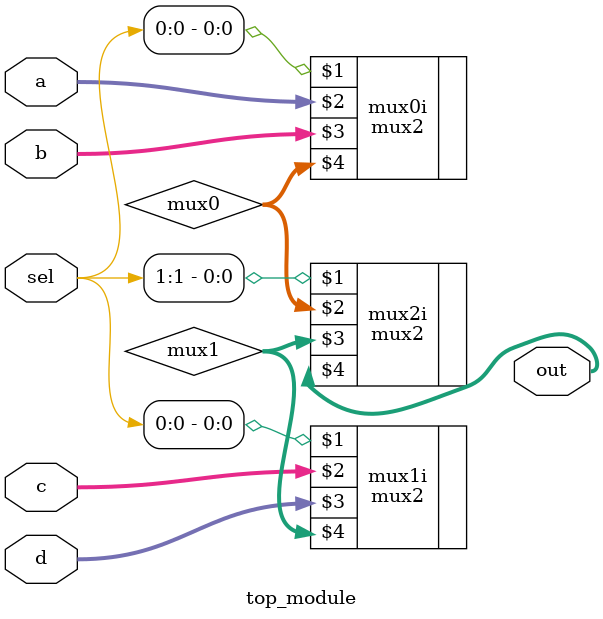
<source format=v>
module top_module (
    input [1:0] sel,
    input [7:0] a,
    input [7:0] b,
    input [7:0] c,
    input [7:0] d,
    output [7:0] out  ); //

    wire [7:0] mux0, mux1;
    mux2 mux0i ( sel[0],    a,    b, mux0 );
    mux2 mux1i ( sel[0],    c,    d, mux1 );
    mux2 mux2i ( sel[1], mux0, mux1,  out );

endmodule

</source>
